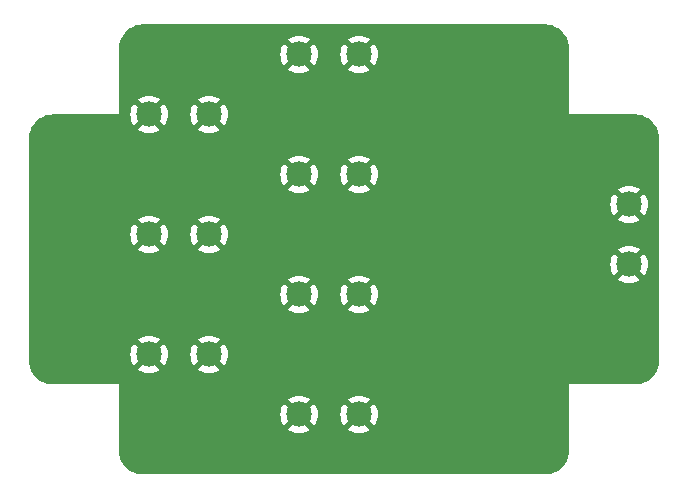
<source format=gbl>
G04 #@! TF.GenerationSoftware,KiCad,Pcbnew,(6.0.9)*
G04 #@! TF.CreationDate,2022-12-20T19:21:54-08:00*
G04 #@! TF.ProjectId,light_distribution,6c696768-745f-4646-9973-747269627574,rev?*
G04 #@! TF.SameCoordinates,Original*
G04 #@! TF.FileFunction,Copper,L2,Bot*
G04 #@! TF.FilePolarity,Positive*
%FSLAX46Y46*%
G04 Gerber Fmt 4.6, Leading zero omitted, Abs format (unit mm)*
G04 Created by KiCad (PCBNEW (6.0.9)) date 2022-12-20 19:21:54*
%MOMM*%
%LPD*%
G01*
G04 APERTURE LIST*
G04 #@! TA.AperFunction,ComponentPad*
%ADD10C,2.145000*%
G04 #@! TD*
G04 APERTURE END LIST*
D10*
X121920000Y-106680000D03*
X127000000Y-106680000D03*
X121920000Y-86360000D03*
X127000000Y-86360000D03*
X162560000Y-99060000D03*
X162560000Y-93980000D03*
X121920000Y-96520000D03*
X127000000Y-96520000D03*
X134620000Y-101600000D03*
X139700000Y-101600000D03*
X134620000Y-111760000D03*
X139700000Y-111760000D03*
X134620000Y-91440000D03*
X139700000Y-91440000D03*
X134620000Y-81280000D03*
X139700000Y-81280000D03*
G04 #@! TA.AperFunction,Conductor*
G36*
X155484487Y-78740321D02*
G01*
X155533871Y-78743853D01*
X155755650Y-78759715D01*
X155773433Y-78762272D01*
X156034658Y-78819098D01*
X156051900Y-78824160D01*
X156302393Y-78917589D01*
X156318740Y-78925055D01*
X156553375Y-79053176D01*
X156568498Y-79062895D01*
X156782510Y-79223103D01*
X156796096Y-79234876D01*
X156985124Y-79423904D01*
X156996897Y-79437490D01*
X157157105Y-79651502D01*
X157166824Y-79666625D01*
X157182319Y-79695001D01*
X157277875Y-79869998D01*
X157294945Y-79901260D01*
X157302411Y-79917607D01*
X157331340Y-79995168D01*
X157395839Y-80168097D01*
X157400902Y-80185342D01*
X157457728Y-80446567D01*
X157460286Y-80464355D01*
X157479679Y-80735513D01*
X157480000Y-80744501D01*
X157480000Y-86360000D01*
X163095499Y-86360000D01*
X163104487Y-86360321D01*
X163141470Y-86362966D01*
X163375650Y-86379715D01*
X163393433Y-86382272D01*
X163654658Y-86439098D01*
X163671900Y-86444160D01*
X163922393Y-86537589D01*
X163938740Y-86545055D01*
X164173375Y-86673176D01*
X164188498Y-86682895D01*
X164402510Y-86843103D01*
X164416096Y-86854876D01*
X164605124Y-87043904D01*
X164616897Y-87057490D01*
X164777105Y-87271502D01*
X164786824Y-87286625D01*
X164914945Y-87521260D01*
X164922411Y-87537607D01*
X165015839Y-87788097D01*
X165020902Y-87805342D01*
X165077728Y-88066567D01*
X165080286Y-88084355D01*
X165099679Y-88355513D01*
X165100000Y-88364501D01*
X165100000Y-107215499D01*
X165099679Y-107224487D01*
X165080286Y-107495645D01*
X165077728Y-107513433D01*
X165058760Y-107600628D01*
X165020903Y-107774654D01*
X165015840Y-107791900D01*
X164922411Y-108042393D01*
X164914946Y-108058738D01*
X164895427Y-108094484D01*
X164786824Y-108293375D01*
X164777105Y-108308498D01*
X164616897Y-108522510D01*
X164605124Y-108536096D01*
X164416096Y-108725124D01*
X164402510Y-108736897D01*
X164188498Y-108897105D01*
X164173375Y-108906824D01*
X163938740Y-109034945D01*
X163922393Y-109042411D01*
X163671900Y-109135840D01*
X163654658Y-109140902D01*
X163393433Y-109197728D01*
X163375650Y-109200285D01*
X163153871Y-109216147D01*
X163104487Y-109219679D01*
X163095499Y-109220000D01*
X157480000Y-109220000D01*
X157480000Y-114835499D01*
X157479679Y-114844487D01*
X157460286Y-115115645D01*
X157457728Y-115133433D01*
X157400903Y-115394654D01*
X157395840Y-115411900D01*
X157302411Y-115662393D01*
X157294945Y-115678740D01*
X157166824Y-115913375D01*
X157157105Y-115928498D01*
X156996897Y-116142510D01*
X156985124Y-116156096D01*
X156796096Y-116345124D01*
X156782510Y-116356897D01*
X156568498Y-116517105D01*
X156553375Y-116526824D01*
X156318740Y-116654945D01*
X156302393Y-116662411D01*
X156051900Y-116755840D01*
X156034658Y-116760902D01*
X155773433Y-116817728D01*
X155755650Y-116820285D01*
X155533871Y-116836147D01*
X155484487Y-116839679D01*
X155475499Y-116840000D01*
X121384501Y-116840000D01*
X121375513Y-116839679D01*
X121326129Y-116836147D01*
X121104350Y-116820285D01*
X121086567Y-116817728D01*
X120825342Y-116760902D01*
X120808100Y-116755840D01*
X120557607Y-116662411D01*
X120541260Y-116654945D01*
X120306625Y-116526824D01*
X120291502Y-116517105D01*
X120077490Y-116356897D01*
X120063904Y-116345124D01*
X119874876Y-116156096D01*
X119863103Y-116142510D01*
X119702895Y-115928498D01*
X119693176Y-115913375D01*
X119565055Y-115678740D01*
X119557589Y-115662393D01*
X119464160Y-115411900D01*
X119459097Y-115394654D01*
X119402272Y-115133433D01*
X119399714Y-115115645D01*
X119380321Y-114844487D01*
X119380000Y-114835499D01*
X119380000Y-113045391D01*
X133699438Y-113045391D01*
X133705165Y-113053042D01*
X133896026Y-113170002D01*
X133904821Y-113174484D01*
X134125515Y-113265899D01*
X134134900Y-113268948D01*
X134367178Y-113324713D01*
X134376925Y-113326256D01*
X134615070Y-113344999D01*
X134624930Y-113344999D01*
X134863075Y-113326256D01*
X134872822Y-113324713D01*
X135105100Y-113268948D01*
X135114485Y-113265899D01*
X135335179Y-113174484D01*
X135343974Y-113170002D01*
X135531166Y-113055290D01*
X135540122Y-113045391D01*
X138779438Y-113045391D01*
X138785165Y-113053042D01*
X138976026Y-113170002D01*
X138984821Y-113174484D01*
X139205515Y-113265899D01*
X139214900Y-113268948D01*
X139447178Y-113324713D01*
X139456925Y-113326256D01*
X139695070Y-113344999D01*
X139704930Y-113344999D01*
X139943075Y-113326256D01*
X139952822Y-113324713D01*
X140185100Y-113268948D01*
X140194485Y-113265899D01*
X140415179Y-113174484D01*
X140423974Y-113170002D01*
X140611166Y-113055290D01*
X140620628Y-113044832D01*
X140616845Y-113036056D01*
X139712811Y-112132021D01*
X139698868Y-112124408D01*
X139697034Y-112124539D01*
X139690420Y-112128790D01*
X138786195Y-113033016D01*
X138779438Y-113045391D01*
X135540122Y-113045391D01*
X135540628Y-113044832D01*
X135536845Y-113036056D01*
X134632811Y-112132021D01*
X134618868Y-112124408D01*
X134617034Y-112124539D01*
X134610420Y-112128790D01*
X133706195Y-113033016D01*
X133699438Y-113045391D01*
X119380000Y-113045391D01*
X119380000Y-111764930D01*
X133035001Y-111764930D01*
X133053744Y-112003075D01*
X133055287Y-112012822D01*
X133111052Y-112245100D01*
X133114101Y-112254485D01*
X133205516Y-112475179D01*
X133209998Y-112483974D01*
X133324710Y-112671166D01*
X133335168Y-112680628D01*
X133343944Y-112676845D01*
X134247979Y-111772811D01*
X134254356Y-111761132D01*
X134984408Y-111761132D01*
X134984539Y-111762966D01*
X134988790Y-111769580D01*
X135893016Y-112673805D01*
X135905391Y-112680562D01*
X135913042Y-112674835D01*
X136030002Y-112483974D01*
X136034484Y-112475179D01*
X136125899Y-112254485D01*
X136128948Y-112245100D01*
X136184713Y-112012822D01*
X136186256Y-112003075D01*
X136204999Y-111764930D01*
X138115001Y-111764930D01*
X138133744Y-112003075D01*
X138135287Y-112012822D01*
X138191052Y-112245100D01*
X138194101Y-112254485D01*
X138285516Y-112475179D01*
X138289998Y-112483974D01*
X138404710Y-112671166D01*
X138415168Y-112680628D01*
X138423944Y-112676845D01*
X139327979Y-111772811D01*
X139334356Y-111761132D01*
X140064408Y-111761132D01*
X140064539Y-111762966D01*
X140068790Y-111769580D01*
X140973016Y-112673805D01*
X140985391Y-112680562D01*
X140993042Y-112674835D01*
X141110002Y-112483974D01*
X141114484Y-112475179D01*
X141205899Y-112254485D01*
X141208948Y-112245100D01*
X141264713Y-112012822D01*
X141266256Y-112003075D01*
X141284999Y-111764930D01*
X141284999Y-111755070D01*
X141266256Y-111516925D01*
X141264713Y-111507178D01*
X141208948Y-111274900D01*
X141205899Y-111265515D01*
X141114484Y-111044821D01*
X141110002Y-111036026D01*
X140995290Y-110848834D01*
X140984832Y-110839372D01*
X140976056Y-110843155D01*
X140072021Y-111747189D01*
X140064408Y-111761132D01*
X139334356Y-111761132D01*
X139335592Y-111758868D01*
X139335461Y-111757034D01*
X139331210Y-111750420D01*
X138426984Y-110846195D01*
X138414609Y-110839438D01*
X138406958Y-110845165D01*
X138289998Y-111036026D01*
X138285516Y-111044821D01*
X138194101Y-111265515D01*
X138191052Y-111274900D01*
X138135287Y-111507178D01*
X138133744Y-111516925D01*
X138115001Y-111755070D01*
X138115001Y-111764930D01*
X136204999Y-111764930D01*
X136204999Y-111755070D01*
X136186256Y-111516925D01*
X136184713Y-111507178D01*
X136128948Y-111274900D01*
X136125899Y-111265515D01*
X136034484Y-111044821D01*
X136030002Y-111036026D01*
X135915290Y-110848834D01*
X135904832Y-110839372D01*
X135896056Y-110843155D01*
X134992021Y-111747189D01*
X134984408Y-111761132D01*
X134254356Y-111761132D01*
X134255592Y-111758868D01*
X134255461Y-111757034D01*
X134251210Y-111750420D01*
X133346984Y-110846195D01*
X133334609Y-110839438D01*
X133326958Y-110845165D01*
X133209998Y-111036026D01*
X133205516Y-111044821D01*
X133114101Y-111265515D01*
X133111052Y-111274900D01*
X133055287Y-111507178D01*
X133053744Y-111516925D01*
X133035001Y-111755070D01*
X133035001Y-111764930D01*
X119380000Y-111764930D01*
X119380000Y-110475168D01*
X133699372Y-110475168D01*
X133703155Y-110483944D01*
X134607189Y-111387979D01*
X134621132Y-111395592D01*
X134622966Y-111395461D01*
X134629580Y-111391210D01*
X135533805Y-110486984D01*
X135540257Y-110475168D01*
X138779372Y-110475168D01*
X138783155Y-110483944D01*
X139687189Y-111387979D01*
X139701132Y-111395592D01*
X139702966Y-111395461D01*
X139709580Y-111391210D01*
X140613805Y-110486984D01*
X140620562Y-110474609D01*
X140614835Y-110466958D01*
X140423974Y-110349998D01*
X140415179Y-110345516D01*
X140194485Y-110254101D01*
X140185100Y-110251052D01*
X139952822Y-110195287D01*
X139943075Y-110193744D01*
X139704930Y-110175001D01*
X139695070Y-110175001D01*
X139456925Y-110193744D01*
X139447178Y-110195287D01*
X139214900Y-110251052D01*
X139205515Y-110254101D01*
X138984821Y-110345516D01*
X138976026Y-110349998D01*
X138788834Y-110464710D01*
X138779372Y-110475168D01*
X135540257Y-110475168D01*
X135540562Y-110474609D01*
X135534835Y-110466958D01*
X135343974Y-110349998D01*
X135335179Y-110345516D01*
X135114485Y-110254101D01*
X135105100Y-110251052D01*
X134872822Y-110195287D01*
X134863075Y-110193744D01*
X134624930Y-110175001D01*
X134615070Y-110175001D01*
X134376925Y-110193744D01*
X134367178Y-110195287D01*
X134134900Y-110251052D01*
X134125515Y-110254101D01*
X133904821Y-110345516D01*
X133896026Y-110349998D01*
X133708834Y-110464710D01*
X133699372Y-110475168D01*
X119380000Y-110475168D01*
X119380000Y-109220000D01*
X113764501Y-109220000D01*
X113755513Y-109219679D01*
X113706129Y-109216147D01*
X113484350Y-109200285D01*
X113466567Y-109197728D01*
X113205342Y-109140902D01*
X113188100Y-109135840D01*
X112937607Y-109042411D01*
X112921260Y-109034945D01*
X112686625Y-108906824D01*
X112671502Y-108897105D01*
X112457490Y-108736897D01*
X112443904Y-108725124D01*
X112254876Y-108536096D01*
X112243103Y-108522510D01*
X112082895Y-108308498D01*
X112073176Y-108293375D01*
X111964573Y-108094484D01*
X111945054Y-108058738D01*
X111937589Y-108042393D01*
X111908869Y-107965391D01*
X120999438Y-107965391D01*
X121005165Y-107973042D01*
X121196026Y-108090002D01*
X121204821Y-108094484D01*
X121425515Y-108185899D01*
X121434900Y-108188948D01*
X121667178Y-108244713D01*
X121676925Y-108246256D01*
X121915070Y-108264999D01*
X121924930Y-108264999D01*
X122163075Y-108246256D01*
X122172822Y-108244713D01*
X122405100Y-108188948D01*
X122414485Y-108185899D01*
X122635179Y-108094484D01*
X122643974Y-108090002D01*
X122831166Y-107975290D01*
X122840122Y-107965391D01*
X126079438Y-107965391D01*
X126085165Y-107973042D01*
X126276026Y-108090002D01*
X126284821Y-108094484D01*
X126505515Y-108185899D01*
X126514900Y-108188948D01*
X126747178Y-108244713D01*
X126756925Y-108246256D01*
X126995070Y-108264999D01*
X127004930Y-108264999D01*
X127243075Y-108246256D01*
X127252822Y-108244713D01*
X127485100Y-108188948D01*
X127494485Y-108185899D01*
X127715179Y-108094484D01*
X127723974Y-108090002D01*
X127911166Y-107975290D01*
X127920628Y-107964832D01*
X127916845Y-107956056D01*
X127012811Y-107052021D01*
X126998868Y-107044408D01*
X126997034Y-107044539D01*
X126990420Y-107048790D01*
X126086195Y-107953016D01*
X126079438Y-107965391D01*
X122840122Y-107965391D01*
X122840628Y-107964832D01*
X122836845Y-107956056D01*
X121932811Y-107052021D01*
X121918868Y-107044408D01*
X121917034Y-107044539D01*
X121910420Y-107048790D01*
X121006195Y-107953016D01*
X120999438Y-107965391D01*
X111908869Y-107965391D01*
X111844160Y-107791900D01*
X111839097Y-107774654D01*
X111801240Y-107600628D01*
X111782272Y-107513433D01*
X111779714Y-107495645D01*
X111760321Y-107224487D01*
X111760000Y-107215499D01*
X111760000Y-106684930D01*
X120335001Y-106684930D01*
X120353744Y-106923075D01*
X120355287Y-106932822D01*
X120411052Y-107165100D01*
X120414101Y-107174485D01*
X120505516Y-107395179D01*
X120509998Y-107403974D01*
X120624710Y-107591166D01*
X120635168Y-107600628D01*
X120643944Y-107596845D01*
X121547979Y-106692811D01*
X121554356Y-106681132D01*
X122284408Y-106681132D01*
X122284539Y-106682966D01*
X122288790Y-106689580D01*
X123193016Y-107593805D01*
X123205391Y-107600562D01*
X123213042Y-107594835D01*
X123330002Y-107403974D01*
X123334484Y-107395179D01*
X123425899Y-107174485D01*
X123428948Y-107165100D01*
X123484713Y-106932822D01*
X123486256Y-106923075D01*
X123504999Y-106684930D01*
X125415001Y-106684930D01*
X125433744Y-106923075D01*
X125435287Y-106932822D01*
X125491052Y-107165100D01*
X125494101Y-107174485D01*
X125585516Y-107395179D01*
X125589998Y-107403974D01*
X125704710Y-107591166D01*
X125715168Y-107600628D01*
X125723944Y-107596845D01*
X126627979Y-106692811D01*
X126634356Y-106681132D01*
X127364408Y-106681132D01*
X127364539Y-106682966D01*
X127368790Y-106689580D01*
X128273016Y-107593805D01*
X128285391Y-107600562D01*
X128293042Y-107594835D01*
X128410002Y-107403974D01*
X128414484Y-107395179D01*
X128505899Y-107174485D01*
X128508948Y-107165100D01*
X128564713Y-106932822D01*
X128566256Y-106923075D01*
X128584999Y-106684930D01*
X128584999Y-106675070D01*
X128566256Y-106436925D01*
X128564713Y-106427178D01*
X128508948Y-106194900D01*
X128505899Y-106185515D01*
X128414484Y-105964821D01*
X128410002Y-105956026D01*
X128295290Y-105768834D01*
X128284832Y-105759372D01*
X128276056Y-105763155D01*
X127372021Y-106667189D01*
X127364408Y-106681132D01*
X126634356Y-106681132D01*
X126635592Y-106678868D01*
X126635461Y-106677034D01*
X126631210Y-106670420D01*
X125726984Y-105766195D01*
X125714609Y-105759438D01*
X125706958Y-105765165D01*
X125589998Y-105956026D01*
X125585516Y-105964821D01*
X125494101Y-106185515D01*
X125491052Y-106194900D01*
X125435287Y-106427178D01*
X125433744Y-106436925D01*
X125415001Y-106675070D01*
X125415001Y-106684930D01*
X123504999Y-106684930D01*
X123504999Y-106675070D01*
X123486256Y-106436925D01*
X123484713Y-106427178D01*
X123428948Y-106194900D01*
X123425899Y-106185515D01*
X123334484Y-105964821D01*
X123330002Y-105956026D01*
X123215290Y-105768834D01*
X123204832Y-105759372D01*
X123196056Y-105763155D01*
X122292021Y-106667189D01*
X122284408Y-106681132D01*
X121554356Y-106681132D01*
X121555592Y-106678868D01*
X121555461Y-106677034D01*
X121551210Y-106670420D01*
X120646984Y-105766195D01*
X120634609Y-105759438D01*
X120626958Y-105765165D01*
X120509998Y-105956026D01*
X120505516Y-105964821D01*
X120414101Y-106185515D01*
X120411052Y-106194900D01*
X120355287Y-106427178D01*
X120353744Y-106436925D01*
X120335001Y-106675070D01*
X120335001Y-106684930D01*
X111760000Y-106684930D01*
X111760000Y-105395168D01*
X120999372Y-105395168D01*
X121003155Y-105403944D01*
X121907189Y-106307979D01*
X121921132Y-106315592D01*
X121922966Y-106315461D01*
X121929580Y-106311210D01*
X122833805Y-105406984D01*
X122840257Y-105395168D01*
X126079372Y-105395168D01*
X126083155Y-105403944D01*
X126987189Y-106307979D01*
X127001132Y-106315592D01*
X127002966Y-106315461D01*
X127009580Y-106311210D01*
X127913805Y-105406984D01*
X127920562Y-105394609D01*
X127914835Y-105386958D01*
X127723974Y-105269998D01*
X127715179Y-105265516D01*
X127494485Y-105174101D01*
X127485100Y-105171052D01*
X127252822Y-105115287D01*
X127243075Y-105113744D01*
X127004930Y-105095001D01*
X126995070Y-105095001D01*
X126756925Y-105113744D01*
X126747178Y-105115287D01*
X126514900Y-105171052D01*
X126505515Y-105174101D01*
X126284821Y-105265516D01*
X126276026Y-105269998D01*
X126088834Y-105384710D01*
X126079372Y-105395168D01*
X122840257Y-105395168D01*
X122840562Y-105394609D01*
X122834835Y-105386958D01*
X122643974Y-105269998D01*
X122635179Y-105265516D01*
X122414485Y-105174101D01*
X122405100Y-105171052D01*
X122172822Y-105115287D01*
X122163075Y-105113744D01*
X121924930Y-105095001D01*
X121915070Y-105095001D01*
X121676925Y-105113744D01*
X121667178Y-105115287D01*
X121434900Y-105171052D01*
X121425515Y-105174101D01*
X121204821Y-105265516D01*
X121196026Y-105269998D01*
X121008834Y-105384710D01*
X120999372Y-105395168D01*
X111760000Y-105395168D01*
X111760000Y-102885391D01*
X133699438Y-102885391D01*
X133705165Y-102893042D01*
X133896026Y-103010002D01*
X133904821Y-103014484D01*
X134125515Y-103105899D01*
X134134900Y-103108948D01*
X134367178Y-103164713D01*
X134376925Y-103166256D01*
X134615070Y-103184999D01*
X134624930Y-103184999D01*
X134863075Y-103166256D01*
X134872822Y-103164713D01*
X135105100Y-103108948D01*
X135114485Y-103105899D01*
X135335179Y-103014484D01*
X135343974Y-103010002D01*
X135531166Y-102895290D01*
X135540122Y-102885391D01*
X138779438Y-102885391D01*
X138785165Y-102893042D01*
X138976026Y-103010002D01*
X138984821Y-103014484D01*
X139205515Y-103105899D01*
X139214900Y-103108948D01*
X139447178Y-103164713D01*
X139456925Y-103166256D01*
X139695070Y-103184999D01*
X139704930Y-103184999D01*
X139943075Y-103166256D01*
X139952822Y-103164713D01*
X140185100Y-103108948D01*
X140194485Y-103105899D01*
X140415179Y-103014484D01*
X140423974Y-103010002D01*
X140611166Y-102895290D01*
X140620628Y-102884832D01*
X140616845Y-102876056D01*
X139712811Y-101972021D01*
X139698868Y-101964408D01*
X139697034Y-101964539D01*
X139690420Y-101968790D01*
X138786195Y-102873016D01*
X138779438Y-102885391D01*
X135540122Y-102885391D01*
X135540628Y-102884832D01*
X135536845Y-102876056D01*
X134632811Y-101972021D01*
X134618868Y-101964408D01*
X134617034Y-101964539D01*
X134610420Y-101968790D01*
X133706195Y-102873016D01*
X133699438Y-102885391D01*
X111760000Y-102885391D01*
X111760000Y-101604930D01*
X133035001Y-101604930D01*
X133053744Y-101843075D01*
X133055287Y-101852822D01*
X133111052Y-102085100D01*
X133114101Y-102094485D01*
X133205516Y-102315179D01*
X133209998Y-102323974D01*
X133324710Y-102511166D01*
X133335168Y-102520628D01*
X133343944Y-102516845D01*
X134247979Y-101612811D01*
X134254356Y-101601132D01*
X134984408Y-101601132D01*
X134984539Y-101602966D01*
X134988790Y-101609580D01*
X135893016Y-102513805D01*
X135905391Y-102520562D01*
X135913042Y-102514835D01*
X136030002Y-102323974D01*
X136034484Y-102315179D01*
X136125899Y-102094485D01*
X136128948Y-102085100D01*
X136184713Y-101852822D01*
X136186256Y-101843075D01*
X136204999Y-101604930D01*
X138115001Y-101604930D01*
X138133744Y-101843075D01*
X138135287Y-101852822D01*
X138191052Y-102085100D01*
X138194101Y-102094485D01*
X138285516Y-102315179D01*
X138289998Y-102323974D01*
X138404710Y-102511166D01*
X138415168Y-102520628D01*
X138423944Y-102516845D01*
X139327979Y-101612811D01*
X139334356Y-101601132D01*
X140064408Y-101601132D01*
X140064539Y-101602966D01*
X140068790Y-101609580D01*
X140973016Y-102513805D01*
X140985391Y-102520562D01*
X140993042Y-102514835D01*
X141110002Y-102323974D01*
X141114484Y-102315179D01*
X141205899Y-102094485D01*
X141208948Y-102085100D01*
X141264713Y-101852822D01*
X141266256Y-101843075D01*
X141284999Y-101604930D01*
X141284999Y-101595070D01*
X141266256Y-101356925D01*
X141264713Y-101347178D01*
X141208948Y-101114900D01*
X141205899Y-101105515D01*
X141114484Y-100884821D01*
X141110002Y-100876026D01*
X140995290Y-100688834D01*
X140984832Y-100679372D01*
X140976056Y-100683155D01*
X140072021Y-101587189D01*
X140064408Y-101601132D01*
X139334356Y-101601132D01*
X139335592Y-101598868D01*
X139335461Y-101597034D01*
X139331210Y-101590420D01*
X138426984Y-100686195D01*
X138414609Y-100679438D01*
X138406958Y-100685165D01*
X138289998Y-100876026D01*
X138285516Y-100884821D01*
X138194101Y-101105515D01*
X138191052Y-101114900D01*
X138135287Y-101347178D01*
X138133744Y-101356925D01*
X138115001Y-101595070D01*
X138115001Y-101604930D01*
X136204999Y-101604930D01*
X136204999Y-101595070D01*
X136186256Y-101356925D01*
X136184713Y-101347178D01*
X136128948Y-101114900D01*
X136125899Y-101105515D01*
X136034484Y-100884821D01*
X136030002Y-100876026D01*
X135915290Y-100688834D01*
X135904832Y-100679372D01*
X135896056Y-100683155D01*
X134992021Y-101587189D01*
X134984408Y-101601132D01*
X134254356Y-101601132D01*
X134255592Y-101598868D01*
X134255461Y-101597034D01*
X134251210Y-101590420D01*
X133346984Y-100686195D01*
X133334609Y-100679438D01*
X133326958Y-100685165D01*
X133209998Y-100876026D01*
X133205516Y-100884821D01*
X133114101Y-101105515D01*
X133111052Y-101114900D01*
X133055287Y-101347178D01*
X133053744Y-101356925D01*
X133035001Y-101595070D01*
X133035001Y-101604930D01*
X111760000Y-101604930D01*
X111760000Y-100315168D01*
X133699372Y-100315168D01*
X133703155Y-100323944D01*
X134607189Y-101227979D01*
X134621132Y-101235592D01*
X134622966Y-101235461D01*
X134629580Y-101231210D01*
X135533805Y-100326984D01*
X135540257Y-100315168D01*
X138779372Y-100315168D01*
X138783155Y-100323944D01*
X139687189Y-101227979D01*
X139701132Y-101235592D01*
X139702966Y-101235461D01*
X139709580Y-101231210D01*
X140595398Y-100345391D01*
X161639438Y-100345391D01*
X161645165Y-100353042D01*
X161836026Y-100470002D01*
X161844821Y-100474484D01*
X162065515Y-100565899D01*
X162074900Y-100568948D01*
X162307178Y-100624713D01*
X162316925Y-100626256D01*
X162555070Y-100644999D01*
X162564930Y-100644999D01*
X162803075Y-100626256D01*
X162812822Y-100624713D01*
X163045100Y-100568948D01*
X163054485Y-100565899D01*
X163275179Y-100474484D01*
X163283974Y-100470002D01*
X163471166Y-100355290D01*
X163480628Y-100344832D01*
X163476845Y-100336056D01*
X162572811Y-99432021D01*
X162558868Y-99424408D01*
X162557034Y-99424539D01*
X162550420Y-99428790D01*
X161646195Y-100333016D01*
X161639438Y-100345391D01*
X140595398Y-100345391D01*
X140613805Y-100326984D01*
X140620562Y-100314609D01*
X140614835Y-100306958D01*
X140423974Y-100189998D01*
X140415179Y-100185516D01*
X140194485Y-100094101D01*
X140185100Y-100091052D01*
X139952822Y-100035287D01*
X139943075Y-100033744D01*
X139704930Y-100015001D01*
X139695070Y-100015001D01*
X139456925Y-100033744D01*
X139447178Y-100035287D01*
X139214900Y-100091052D01*
X139205515Y-100094101D01*
X138984821Y-100185516D01*
X138976026Y-100189998D01*
X138788834Y-100304710D01*
X138779372Y-100315168D01*
X135540257Y-100315168D01*
X135540562Y-100314609D01*
X135534835Y-100306958D01*
X135343974Y-100189998D01*
X135335179Y-100185516D01*
X135114485Y-100094101D01*
X135105100Y-100091052D01*
X134872822Y-100035287D01*
X134863075Y-100033744D01*
X134624930Y-100015001D01*
X134615070Y-100015001D01*
X134376925Y-100033744D01*
X134367178Y-100035287D01*
X134134900Y-100091052D01*
X134125515Y-100094101D01*
X133904821Y-100185516D01*
X133896026Y-100189998D01*
X133708834Y-100304710D01*
X133699372Y-100315168D01*
X111760000Y-100315168D01*
X111760000Y-99064930D01*
X160975001Y-99064930D01*
X160993744Y-99303075D01*
X160995287Y-99312822D01*
X161051052Y-99545100D01*
X161054101Y-99554485D01*
X161145516Y-99775179D01*
X161149998Y-99783974D01*
X161264710Y-99971166D01*
X161275168Y-99980628D01*
X161283944Y-99976845D01*
X162187979Y-99072811D01*
X162194356Y-99061132D01*
X162924408Y-99061132D01*
X162924539Y-99062966D01*
X162928790Y-99069580D01*
X163833016Y-99973805D01*
X163845391Y-99980562D01*
X163853042Y-99974835D01*
X163970002Y-99783974D01*
X163974484Y-99775179D01*
X164065899Y-99554485D01*
X164068948Y-99545100D01*
X164124713Y-99312822D01*
X164126256Y-99303075D01*
X164144999Y-99064930D01*
X164144999Y-99055070D01*
X164126256Y-98816925D01*
X164124713Y-98807178D01*
X164068948Y-98574900D01*
X164065899Y-98565515D01*
X163974484Y-98344821D01*
X163970002Y-98336026D01*
X163855290Y-98148834D01*
X163844832Y-98139372D01*
X163836056Y-98143155D01*
X162932021Y-99047189D01*
X162924408Y-99061132D01*
X162194356Y-99061132D01*
X162195592Y-99058868D01*
X162195461Y-99057034D01*
X162191210Y-99050420D01*
X161286984Y-98146195D01*
X161274609Y-98139438D01*
X161266958Y-98145165D01*
X161149998Y-98336026D01*
X161145516Y-98344821D01*
X161054101Y-98565515D01*
X161051052Y-98574900D01*
X160995287Y-98807178D01*
X160993744Y-98816925D01*
X160975001Y-99055070D01*
X160975001Y-99064930D01*
X111760000Y-99064930D01*
X111760000Y-97805391D01*
X120999438Y-97805391D01*
X121005165Y-97813042D01*
X121196026Y-97930002D01*
X121204821Y-97934484D01*
X121425515Y-98025899D01*
X121434900Y-98028948D01*
X121667178Y-98084713D01*
X121676925Y-98086256D01*
X121915070Y-98104999D01*
X121924930Y-98104999D01*
X122163075Y-98086256D01*
X122172822Y-98084713D01*
X122405100Y-98028948D01*
X122414485Y-98025899D01*
X122635179Y-97934484D01*
X122643974Y-97930002D01*
X122831166Y-97815290D01*
X122840122Y-97805391D01*
X126079438Y-97805391D01*
X126085165Y-97813042D01*
X126276026Y-97930002D01*
X126284821Y-97934484D01*
X126505515Y-98025899D01*
X126514900Y-98028948D01*
X126747178Y-98084713D01*
X126756925Y-98086256D01*
X126995070Y-98104999D01*
X127004930Y-98104999D01*
X127243075Y-98086256D01*
X127252822Y-98084713D01*
X127485100Y-98028948D01*
X127494485Y-98025899D01*
X127715179Y-97934484D01*
X127723974Y-97930002D01*
X127911166Y-97815290D01*
X127920628Y-97804832D01*
X127916845Y-97796056D01*
X127895957Y-97775168D01*
X161639372Y-97775168D01*
X161643155Y-97783944D01*
X162547189Y-98687979D01*
X162561132Y-98695592D01*
X162562966Y-98695461D01*
X162569580Y-98691210D01*
X163473805Y-97786984D01*
X163480562Y-97774609D01*
X163474835Y-97766958D01*
X163283974Y-97649998D01*
X163275179Y-97645516D01*
X163054485Y-97554101D01*
X163045100Y-97551052D01*
X162812822Y-97495287D01*
X162803075Y-97493744D01*
X162564930Y-97475001D01*
X162555070Y-97475001D01*
X162316925Y-97493744D01*
X162307178Y-97495287D01*
X162074900Y-97551052D01*
X162065515Y-97554101D01*
X161844821Y-97645516D01*
X161836026Y-97649998D01*
X161648834Y-97764710D01*
X161639372Y-97775168D01*
X127895957Y-97775168D01*
X127012811Y-96892021D01*
X126998868Y-96884408D01*
X126997034Y-96884539D01*
X126990420Y-96888790D01*
X126086195Y-97793016D01*
X126079438Y-97805391D01*
X122840122Y-97805391D01*
X122840628Y-97804832D01*
X122836845Y-97796056D01*
X121932811Y-96892021D01*
X121918868Y-96884408D01*
X121917034Y-96884539D01*
X121910420Y-96888790D01*
X121006195Y-97793016D01*
X120999438Y-97805391D01*
X111760000Y-97805391D01*
X111760000Y-96524930D01*
X120335001Y-96524930D01*
X120353744Y-96763075D01*
X120355287Y-96772822D01*
X120411052Y-97005100D01*
X120414101Y-97014485D01*
X120505516Y-97235179D01*
X120509998Y-97243974D01*
X120624710Y-97431166D01*
X120635168Y-97440628D01*
X120643944Y-97436845D01*
X121547979Y-96532811D01*
X121554356Y-96521132D01*
X122284408Y-96521132D01*
X122284539Y-96522966D01*
X122288790Y-96529580D01*
X123193016Y-97433805D01*
X123205391Y-97440562D01*
X123213042Y-97434835D01*
X123330002Y-97243974D01*
X123334484Y-97235179D01*
X123425899Y-97014485D01*
X123428948Y-97005100D01*
X123484713Y-96772822D01*
X123486256Y-96763075D01*
X123504999Y-96524930D01*
X125415001Y-96524930D01*
X125433744Y-96763075D01*
X125435287Y-96772822D01*
X125491052Y-97005100D01*
X125494101Y-97014485D01*
X125585516Y-97235179D01*
X125589998Y-97243974D01*
X125704710Y-97431166D01*
X125715168Y-97440628D01*
X125723944Y-97436845D01*
X126627979Y-96532811D01*
X126634356Y-96521132D01*
X127364408Y-96521132D01*
X127364539Y-96522966D01*
X127368790Y-96529580D01*
X128273016Y-97433805D01*
X128285391Y-97440562D01*
X128293042Y-97434835D01*
X128410002Y-97243974D01*
X128414484Y-97235179D01*
X128505899Y-97014485D01*
X128508948Y-97005100D01*
X128564713Y-96772822D01*
X128566256Y-96763075D01*
X128584999Y-96524930D01*
X128584999Y-96515070D01*
X128566256Y-96276925D01*
X128564713Y-96267178D01*
X128508948Y-96034900D01*
X128505899Y-96025515D01*
X128414484Y-95804821D01*
X128410002Y-95796026D01*
X128295290Y-95608834D01*
X128284832Y-95599372D01*
X128276056Y-95603155D01*
X127372021Y-96507189D01*
X127364408Y-96521132D01*
X126634356Y-96521132D01*
X126635592Y-96518868D01*
X126635461Y-96517034D01*
X126631210Y-96510420D01*
X125726984Y-95606195D01*
X125714609Y-95599438D01*
X125706958Y-95605165D01*
X125589998Y-95796026D01*
X125585516Y-95804821D01*
X125494101Y-96025515D01*
X125491052Y-96034900D01*
X125435287Y-96267178D01*
X125433744Y-96276925D01*
X125415001Y-96515070D01*
X125415001Y-96524930D01*
X123504999Y-96524930D01*
X123504999Y-96515070D01*
X123486256Y-96276925D01*
X123484713Y-96267178D01*
X123428948Y-96034900D01*
X123425899Y-96025515D01*
X123334484Y-95804821D01*
X123330002Y-95796026D01*
X123215290Y-95608834D01*
X123204832Y-95599372D01*
X123196056Y-95603155D01*
X122292021Y-96507189D01*
X122284408Y-96521132D01*
X121554356Y-96521132D01*
X121555592Y-96518868D01*
X121555461Y-96517034D01*
X121551210Y-96510420D01*
X120646984Y-95606195D01*
X120634609Y-95599438D01*
X120626958Y-95605165D01*
X120509998Y-95796026D01*
X120505516Y-95804821D01*
X120414101Y-96025515D01*
X120411052Y-96034900D01*
X120355287Y-96267178D01*
X120353744Y-96276925D01*
X120335001Y-96515070D01*
X120335001Y-96524930D01*
X111760000Y-96524930D01*
X111760000Y-95235168D01*
X120999372Y-95235168D01*
X121003155Y-95243944D01*
X121907189Y-96147979D01*
X121921132Y-96155592D01*
X121922966Y-96155461D01*
X121929580Y-96151210D01*
X122833805Y-95246984D01*
X122840257Y-95235168D01*
X126079372Y-95235168D01*
X126083155Y-95243944D01*
X126987189Y-96147979D01*
X127001132Y-96155592D01*
X127002966Y-96155461D01*
X127009580Y-96151210D01*
X127895398Y-95265391D01*
X161639438Y-95265391D01*
X161645165Y-95273042D01*
X161836026Y-95390002D01*
X161844821Y-95394484D01*
X162065515Y-95485899D01*
X162074900Y-95488948D01*
X162307178Y-95544713D01*
X162316925Y-95546256D01*
X162555070Y-95564999D01*
X162564930Y-95564999D01*
X162803075Y-95546256D01*
X162812822Y-95544713D01*
X163045100Y-95488948D01*
X163054485Y-95485899D01*
X163275179Y-95394484D01*
X163283974Y-95390002D01*
X163471166Y-95275290D01*
X163480628Y-95264832D01*
X163476845Y-95256056D01*
X162572811Y-94352021D01*
X162558868Y-94344408D01*
X162557034Y-94344539D01*
X162550420Y-94348790D01*
X161646195Y-95253016D01*
X161639438Y-95265391D01*
X127895398Y-95265391D01*
X127913805Y-95246984D01*
X127920562Y-95234609D01*
X127914835Y-95226958D01*
X127723974Y-95109998D01*
X127715179Y-95105516D01*
X127494485Y-95014101D01*
X127485100Y-95011052D01*
X127252822Y-94955287D01*
X127243075Y-94953744D01*
X127004930Y-94935001D01*
X126995070Y-94935001D01*
X126756925Y-94953744D01*
X126747178Y-94955287D01*
X126514900Y-95011052D01*
X126505515Y-95014101D01*
X126284821Y-95105516D01*
X126276026Y-95109998D01*
X126088834Y-95224710D01*
X126079372Y-95235168D01*
X122840257Y-95235168D01*
X122840562Y-95234609D01*
X122834835Y-95226958D01*
X122643974Y-95109998D01*
X122635179Y-95105516D01*
X122414485Y-95014101D01*
X122405100Y-95011052D01*
X122172822Y-94955287D01*
X122163075Y-94953744D01*
X121924930Y-94935001D01*
X121915070Y-94935001D01*
X121676925Y-94953744D01*
X121667178Y-94955287D01*
X121434900Y-95011052D01*
X121425515Y-95014101D01*
X121204821Y-95105516D01*
X121196026Y-95109998D01*
X121008834Y-95224710D01*
X120999372Y-95235168D01*
X111760000Y-95235168D01*
X111760000Y-93984930D01*
X160975001Y-93984930D01*
X160993744Y-94223075D01*
X160995287Y-94232822D01*
X161051052Y-94465100D01*
X161054101Y-94474485D01*
X161145516Y-94695179D01*
X161149998Y-94703974D01*
X161264710Y-94891166D01*
X161275168Y-94900628D01*
X161283944Y-94896845D01*
X162187979Y-93992811D01*
X162194356Y-93981132D01*
X162924408Y-93981132D01*
X162924539Y-93982966D01*
X162928790Y-93989580D01*
X163833016Y-94893805D01*
X163845391Y-94900562D01*
X163853042Y-94894835D01*
X163970002Y-94703974D01*
X163974484Y-94695179D01*
X164065899Y-94474485D01*
X164068948Y-94465100D01*
X164124713Y-94232822D01*
X164126256Y-94223075D01*
X164144999Y-93984930D01*
X164144999Y-93975070D01*
X164126256Y-93736925D01*
X164124713Y-93727178D01*
X164068948Y-93494900D01*
X164065899Y-93485515D01*
X163974484Y-93264821D01*
X163970002Y-93256026D01*
X163855290Y-93068834D01*
X163844832Y-93059372D01*
X163836056Y-93063155D01*
X162932021Y-93967189D01*
X162924408Y-93981132D01*
X162194356Y-93981132D01*
X162195592Y-93978868D01*
X162195461Y-93977034D01*
X162191210Y-93970420D01*
X161286984Y-93066195D01*
X161274609Y-93059438D01*
X161266958Y-93065165D01*
X161149998Y-93256026D01*
X161145516Y-93264821D01*
X161054101Y-93485515D01*
X161051052Y-93494900D01*
X160995287Y-93727178D01*
X160993744Y-93736925D01*
X160975001Y-93975070D01*
X160975001Y-93984930D01*
X111760000Y-93984930D01*
X111760000Y-92725391D01*
X133699438Y-92725391D01*
X133705165Y-92733042D01*
X133896026Y-92850002D01*
X133904821Y-92854484D01*
X134125515Y-92945899D01*
X134134900Y-92948948D01*
X134367178Y-93004713D01*
X134376925Y-93006256D01*
X134615070Y-93024999D01*
X134624930Y-93024999D01*
X134863075Y-93006256D01*
X134872822Y-93004713D01*
X135105100Y-92948948D01*
X135114485Y-92945899D01*
X135335179Y-92854484D01*
X135343974Y-92850002D01*
X135531166Y-92735290D01*
X135540122Y-92725391D01*
X138779438Y-92725391D01*
X138785165Y-92733042D01*
X138976026Y-92850002D01*
X138984821Y-92854484D01*
X139205515Y-92945899D01*
X139214900Y-92948948D01*
X139447178Y-93004713D01*
X139456925Y-93006256D01*
X139695070Y-93024999D01*
X139704930Y-93024999D01*
X139943075Y-93006256D01*
X139952822Y-93004713D01*
X140185100Y-92948948D01*
X140194485Y-92945899D01*
X140415179Y-92854484D01*
X140423974Y-92850002D01*
X140611166Y-92735290D01*
X140620628Y-92724832D01*
X140616845Y-92716056D01*
X140595957Y-92695168D01*
X161639372Y-92695168D01*
X161643155Y-92703944D01*
X162547189Y-93607979D01*
X162561132Y-93615592D01*
X162562966Y-93615461D01*
X162569580Y-93611210D01*
X163473805Y-92706984D01*
X163480562Y-92694609D01*
X163474835Y-92686958D01*
X163283974Y-92569998D01*
X163275179Y-92565516D01*
X163054485Y-92474101D01*
X163045100Y-92471052D01*
X162812822Y-92415287D01*
X162803075Y-92413744D01*
X162564930Y-92395001D01*
X162555070Y-92395001D01*
X162316925Y-92413744D01*
X162307178Y-92415287D01*
X162074900Y-92471052D01*
X162065515Y-92474101D01*
X161844821Y-92565516D01*
X161836026Y-92569998D01*
X161648834Y-92684710D01*
X161639372Y-92695168D01*
X140595957Y-92695168D01*
X139712811Y-91812021D01*
X139698868Y-91804408D01*
X139697034Y-91804539D01*
X139690420Y-91808790D01*
X138786195Y-92713016D01*
X138779438Y-92725391D01*
X135540122Y-92725391D01*
X135540628Y-92724832D01*
X135536845Y-92716056D01*
X134632811Y-91812021D01*
X134618868Y-91804408D01*
X134617034Y-91804539D01*
X134610420Y-91808790D01*
X133706195Y-92713016D01*
X133699438Y-92725391D01*
X111760000Y-92725391D01*
X111760000Y-91444930D01*
X133035001Y-91444930D01*
X133053744Y-91683075D01*
X133055287Y-91692822D01*
X133111052Y-91925100D01*
X133114101Y-91934485D01*
X133205516Y-92155179D01*
X133209998Y-92163974D01*
X133324710Y-92351166D01*
X133335168Y-92360628D01*
X133343944Y-92356845D01*
X134247979Y-91452811D01*
X134254356Y-91441132D01*
X134984408Y-91441132D01*
X134984539Y-91442966D01*
X134988790Y-91449580D01*
X135893016Y-92353805D01*
X135905391Y-92360562D01*
X135913042Y-92354835D01*
X136030002Y-92163974D01*
X136034484Y-92155179D01*
X136125899Y-91934485D01*
X136128948Y-91925100D01*
X136184713Y-91692822D01*
X136186256Y-91683075D01*
X136204999Y-91444930D01*
X138115001Y-91444930D01*
X138133744Y-91683075D01*
X138135287Y-91692822D01*
X138191052Y-91925100D01*
X138194101Y-91934485D01*
X138285516Y-92155179D01*
X138289998Y-92163974D01*
X138404710Y-92351166D01*
X138415168Y-92360628D01*
X138423944Y-92356845D01*
X139327979Y-91452811D01*
X139334356Y-91441132D01*
X140064408Y-91441132D01*
X140064539Y-91442966D01*
X140068790Y-91449580D01*
X140973016Y-92353805D01*
X140985391Y-92360562D01*
X140993042Y-92354835D01*
X141110002Y-92163974D01*
X141114484Y-92155179D01*
X141205899Y-91934485D01*
X141208948Y-91925100D01*
X141264713Y-91692822D01*
X141266256Y-91683075D01*
X141284999Y-91444930D01*
X141284999Y-91435070D01*
X141266256Y-91196925D01*
X141264713Y-91187178D01*
X141208948Y-90954900D01*
X141205899Y-90945515D01*
X141114484Y-90724821D01*
X141110002Y-90716026D01*
X140995290Y-90528834D01*
X140984832Y-90519372D01*
X140976056Y-90523155D01*
X140072021Y-91427189D01*
X140064408Y-91441132D01*
X139334356Y-91441132D01*
X139335592Y-91438868D01*
X139335461Y-91437034D01*
X139331210Y-91430420D01*
X138426984Y-90526195D01*
X138414609Y-90519438D01*
X138406958Y-90525165D01*
X138289998Y-90716026D01*
X138285516Y-90724821D01*
X138194101Y-90945515D01*
X138191052Y-90954900D01*
X138135287Y-91187178D01*
X138133744Y-91196925D01*
X138115001Y-91435070D01*
X138115001Y-91444930D01*
X136204999Y-91444930D01*
X136204999Y-91435070D01*
X136186256Y-91196925D01*
X136184713Y-91187178D01*
X136128948Y-90954900D01*
X136125899Y-90945515D01*
X136034484Y-90724821D01*
X136030002Y-90716026D01*
X135915290Y-90528834D01*
X135904832Y-90519372D01*
X135896056Y-90523155D01*
X134992021Y-91427189D01*
X134984408Y-91441132D01*
X134254356Y-91441132D01*
X134255592Y-91438868D01*
X134255461Y-91437034D01*
X134251210Y-91430420D01*
X133346984Y-90526195D01*
X133334609Y-90519438D01*
X133326958Y-90525165D01*
X133209998Y-90716026D01*
X133205516Y-90724821D01*
X133114101Y-90945515D01*
X133111052Y-90954900D01*
X133055287Y-91187178D01*
X133053744Y-91196925D01*
X133035001Y-91435070D01*
X133035001Y-91444930D01*
X111760000Y-91444930D01*
X111760000Y-90155168D01*
X133699372Y-90155168D01*
X133703155Y-90163944D01*
X134607189Y-91067979D01*
X134621132Y-91075592D01*
X134622966Y-91075461D01*
X134629580Y-91071210D01*
X135533805Y-90166984D01*
X135540257Y-90155168D01*
X138779372Y-90155168D01*
X138783155Y-90163944D01*
X139687189Y-91067979D01*
X139701132Y-91075592D01*
X139702966Y-91075461D01*
X139709580Y-91071210D01*
X140613805Y-90166984D01*
X140620562Y-90154609D01*
X140614835Y-90146958D01*
X140423974Y-90029998D01*
X140415179Y-90025516D01*
X140194485Y-89934101D01*
X140185100Y-89931052D01*
X139952822Y-89875287D01*
X139943075Y-89873744D01*
X139704930Y-89855001D01*
X139695070Y-89855001D01*
X139456925Y-89873744D01*
X139447178Y-89875287D01*
X139214900Y-89931052D01*
X139205515Y-89934101D01*
X138984821Y-90025516D01*
X138976026Y-90029998D01*
X138788834Y-90144710D01*
X138779372Y-90155168D01*
X135540257Y-90155168D01*
X135540562Y-90154609D01*
X135534835Y-90146958D01*
X135343974Y-90029998D01*
X135335179Y-90025516D01*
X135114485Y-89934101D01*
X135105100Y-89931052D01*
X134872822Y-89875287D01*
X134863075Y-89873744D01*
X134624930Y-89855001D01*
X134615070Y-89855001D01*
X134376925Y-89873744D01*
X134367178Y-89875287D01*
X134134900Y-89931052D01*
X134125515Y-89934101D01*
X133904821Y-90025516D01*
X133896026Y-90029998D01*
X133708834Y-90144710D01*
X133699372Y-90155168D01*
X111760000Y-90155168D01*
X111760000Y-88364501D01*
X111760321Y-88355513D01*
X111779714Y-88084355D01*
X111782272Y-88066567D01*
X111839098Y-87805342D01*
X111844161Y-87788097D01*
X111897388Y-87645391D01*
X120999438Y-87645391D01*
X121005165Y-87653042D01*
X121196026Y-87770002D01*
X121204821Y-87774484D01*
X121425515Y-87865899D01*
X121434900Y-87868948D01*
X121667178Y-87924713D01*
X121676925Y-87926256D01*
X121915070Y-87944999D01*
X121924930Y-87944999D01*
X122163075Y-87926256D01*
X122172822Y-87924713D01*
X122405100Y-87868948D01*
X122414485Y-87865899D01*
X122635179Y-87774484D01*
X122643974Y-87770002D01*
X122831166Y-87655290D01*
X122840122Y-87645391D01*
X126079438Y-87645391D01*
X126085165Y-87653042D01*
X126276026Y-87770002D01*
X126284821Y-87774484D01*
X126505515Y-87865899D01*
X126514900Y-87868948D01*
X126747178Y-87924713D01*
X126756925Y-87926256D01*
X126995070Y-87944999D01*
X127004930Y-87944999D01*
X127243075Y-87926256D01*
X127252822Y-87924713D01*
X127485100Y-87868948D01*
X127494485Y-87865899D01*
X127715179Y-87774484D01*
X127723974Y-87770002D01*
X127911166Y-87655290D01*
X127920628Y-87644832D01*
X127916845Y-87636056D01*
X127012811Y-86732021D01*
X126998868Y-86724408D01*
X126997034Y-86724539D01*
X126990420Y-86728790D01*
X126086195Y-87633016D01*
X126079438Y-87645391D01*
X122840122Y-87645391D01*
X122840628Y-87644832D01*
X122836845Y-87636056D01*
X121932811Y-86732021D01*
X121918868Y-86724408D01*
X121917034Y-86724539D01*
X121910420Y-86728790D01*
X121006195Y-87633016D01*
X120999438Y-87645391D01*
X111897388Y-87645391D01*
X111937589Y-87537607D01*
X111945055Y-87521260D01*
X112073176Y-87286625D01*
X112082895Y-87271502D01*
X112243103Y-87057490D01*
X112254876Y-87043904D01*
X112443904Y-86854876D01*
X112457490Y-86843103D01*
X112671502Y-86682895D01*
X112686625Y-86673176D01*
X112921260Y-86545055D01*
X112937607Y-86537589D01*
X113188100Y-86444160D01*
X113205342Y-86439098D01*
X113466567Y-86382272D01*
X113484350Y-86379715D01*
X113691070Y-86364930D01*
X120335001Y-86364930D01*
X120353744Y-86603075D01*
X120355287Y-86612822D01*
X120411052Y-86845100D01*
X120414101Y-86854485D01*
X120505516Y-87075179D01*
X120509998Y-87083974D01*
X120624710Y-87271166D01*
X120635168Y-87280628D01*
X120643944Y-87276845D01*
X121547979Y-86372811D01*
X121554356Y-86361132D01*
X122284408Y-86361132D01*
X122284539Y-86362966D01*
X122288790Y-86369580D01*
X123193016Y-87273805D01*
X123205391Y-87280562D01*
X123213042Y-87274835D01*
X123330002Y-87083974D01*
X123334484Y-87075179D01*
X123425899Y-86854485D01*
X123428948Y-86845100D01*
X123484713Y-86612822D01*
X123486256Y-86603075D01*
X123504999Y-86364930D01*
X125415001Y-86364930D01*
X125433744Y-86603075D01*
X125435287Y-86612822D01*
X125491052Y-86845100D01*
X125494101Y-86854485D01*
X125585516Y-87075179D01*
X125589998Y-87083974D01*
X125704710Y-87271166D01*
X125715168Y-87280628D01*
X125723944Y-87276845D01*
X126627979Y-86372811D01*
X126634356Y-86361132D01*
X127364408Y-86361132D01*
X127364539Y-86362966D01*
X127368790Y-86369580D01*
X128273016Y-87273805D01*
X128285391Y-87280562D01*
X128293042Y-87274835D01*
X128410002Y-87083974D01*
X128414484Y-87075179D01*
X128505899Y-86854485D01*
X128508948Y-86845100D01*
X128564713Y-86612822D01*
X128566256Y-86603075D01*
X128584999Y-86364930D01*
X128584999Y-86355070D01*
X128566256Y-86116925D01*
X128564713Y-86107178D01*
X128508948Y-85874900D01*
X128505899Y-85865515D01*
X128414484Y-85644821D01*
X128410002Y-85636026D01*
X128295290Y-85448834D01*
X128284832Y-85439372D01*
X128276056Y-85443155D01*
X127372021Y-86347189D01*
X127364408Y-86361132D01*
X126634356Y-86361132D01*
X126635592Y-86358868D01*
X126635461Y-86357034D01*
X126631210Y-86350420D01*
X125726984Y-85446195D01*
X125714609Y-85439438D01*
X125706958Y-85445165D01*
X125589998Y-85636026D01*
X125585516Y-85644821D01*
X125494101Y-85865515D01*
X125491052Y-85874900D01*
X125435287Y-86107178D01*
X125433744Y-86116925D01*
X125415001Y-86355070D01*
X125415001Y-86364930D01*
X123504999Y-86364930D01*
X123504999Y-86355070D01*
X123486256Y-86116925D01*
X123484713Y-86107178D01*
X123428948Y-85874900D01*
X123425899Y-85865515D01*
X123334484Y-85644821D01*
X123330002Y-85636026D01*
X123215290Y-85448834D01*
X123204832Y-85439372D01*
X123196056Y-85443155D01*
X122292021Y-86347189D01*
X122284408Y-86361132D01*
X121554356Y-86361132D01*
X121555592Y-86358868D01*
X121555461Y-86357034D01*
X121551210Y-86350420D01*
X120646984Y-85446195D01*
X120634609Y-85439438D01*
X120626958Y-85445165D01*
X120509998Y-85636026D01*
X120505516Y-85644821D01*
X120414101Y-85865515D01*
X120411052Y-85874900D01*
X120355287Y-86107178D01*
X120353744Y-86116925D01*
X120335001Y-86355070D01*
X120335001Y-86364930D01*
X113691070Y-86364930D01*
X113718530Y-86362966D01*
X113755513Y-86360321D01*
X113764501Y-86360000D01*
X119380000Y-86360000D01*
X119380000Y-85075168D01*
X120999372Y-85075168D01*
X121003155Y-85083944D01*
X121907189Y-85987979D01*
X121921132Y-85995592D01*
X121922966Y-85995461D01*
X121929580Y-85991210D01*
X122833805Y-85086984D01*
X122840257Y-85075168D01*
X126079372Y-85075168D01*
X126083155Y-85083944D01*
X126987189Y-85987979D01*
X127001132Y-85995592D01*
X127002966Y-85995461D01*
X127009580Y-85991210D01*
X127913805Y-85086984D01*
X127920562Y-85074609D01*
X127914835Y-85066958D01*
X127723974Y-84949998D01*
X127715179Y-84945516D01*
X127494485Y-84854101D01*
X127485100Y-84851052D01*
X127252822Y-84795287D01*
X127243075Y-84793744D01*
X127004930Y-84775001D01*
X126995070Y-84775001D01*
X126756925Y-84793744D01*
X126747178Y-84795287D01*
X126514900Y-84851052D01*
X126505515Y-84854101D01*
X126284821Y-84945516D01*
X126276026Y-84949998D01*
X126088834Y-85064710D01*
X126079372Y-85075168D01*
X122840257Y-85075168D01*
X122840562Y-85074609D01*
X122834835Y-85066958D01*
X122643974Y-84949998D01*
X122635179Y-84945516D01*
X122414485Y-84854101D01*
X122405100Y-84851052D01*
X122172822Y-84795287D01*
X122163075Y-84793744D01*
X121924930Y-84775001D01*
X121915070Y-84775001D01*
X121676925Y-84793744D01*
X121667178Y-84795287D01*
X121434900Y-84851052D01*
X121425515Y-84854101D01*
X121204821Y-84945516D01*
X121196026Y-84949998D01*
X121008834Y-85064710D01*
X120999372Y-85075168D01*
X119380000Y-85075168D01*
X119380000Y-82565391D01*
X133699438Y-82565391D01*
X133705165Y-82573042D01*
X133896026Y-82690002D01*
X133904821Y-82694484D01*
X134125515Y-82785899D01*
X134134900Y-82788948D01*
X134367178Y-82844713D01*
X134376925Y-82846256D01*
X134615070Y-82864999D01*
X134624930Y-82864999D01*
X134863075Y-82846256D01*
X134872822Y-82844713D01*
X135105100Y-82788948D01*
X135114485Y-82785899D01*
X135335179Y-82694484D01*
X135343974Y-82690002D01*
X135531166Y-82575290D01*
X135540122Y-82565391D01*
X138779438Y-82565391D01*
X138785165Y-82573042D01*
X138976026Y-82690002D01*
X138984821Y-82694484D01*
X139205515Y-82785899D01*
X139214900Y-82788948D01*
X139447178Y-82844713D01*
X139456925Y-82846256D01*
X139695070Y-82864999D01*
X139704930Y-82864999D01*
X139943075Y-82846256D01*
X139952822Y-82844713D01*
X140185100Y-82788948D01*
X140194485Y-82785899D01*
X140415179Y-82694484D01*
X140423974Y-82690002D01*
X140611166Y-82575290D01*
X140620628Y-82564832D01*
X140616845Y-82556056D01*
X139712811Y-81652021D01*
X139698868Y-81644408D01*
X139697034Y-81644539D01*
X139690420Y-81648790D01*
X138786195Y-82553016D01*
X138779438Y-82565391D01*
X135540122Y-82565391D01*
X135540628Y-82564832D01*
X135536845Y-82556056D01*
X134632811Y-81652021D01*
X134618868Y-81644408D01*
X134617034Y-81644539D01*
X134610420Y-81648790D01*
X133706195Y-82553016D01*
X133699438Y-82565391D01*
X119380000Y-82565391D01*
X119380000Y-81284930D01*
X133035001Y-81284930D01*
X133053744Y-81523075D01*
X133055287Y-81532822D01*
X133111052Y-81765100D01*
X133114101Y-81774485D01*
X133205516Y-81995179D01*
X133209998Y-82003974D01*
X133324710Y-82191166D01*
X133335168Y-82200628D01*
X133343944Y-82196845D01*
X134247979Y-81292811D01*
X134254356Y-81281132D01*
X134984408Y-81281132D01*
X134984539Y-81282966D01*
X134988790Y-81289580D01*
X135893016Y-82193805D01*
X135905391Y-82200562D01*
X135913042Y-82194835D01*
X136030002Y-82003974D01*
X136034484Y-81995179D01*
X136125899Y-81774485D01*
X136128948Y-81765100D01*
X136184713Y-81532822D01*
X136186256Y-81523075D01*
X136204999Y-81284930D01*
X138115001Y-81284930D01*
X138133744Y-81523075D01*
X138135287Y-81532822D01*
X138191052Y-81765100D01*
X138194101Y-81774485D01*
X138285516Y-81995179D01*
X138289998Y-82003974D01*
X138404710Y-82191166D01*
X138415168Y-82200628D01*
X138423944Y-82196845D01*
X139327979Y-81292811D01*
X139334356Y-81281132D01*
X140064408Y-81281132D01*
X140064539Y-81282966D01*
X140068790Y-81289580D01*
X140973016Y-82193805D01*
X140985391Y-82200562D01*
X140993042Y-82194835D01*
X141110002Y-82003974D01*
X141114484Y-81995179D01*
X141205899Y-81774485D01*
X141208948Y-81765100D01*
X141264713Y-81532822D01*
X141266256Y-81523075D01*
X141284999Y-81284930D01*
X141284999Y-81275070D01*
X141266256Y-81036925D01*
X141264713Y-81027178D01*
X141208948Y-80794900D01*
X141205899Y-80785515D01*
X141114484Y-80564821D01*
X141110002Y-80556026D01*
X140995290Y-80368834D01*
X140984832Y-80359372D01*
X140976056Y-80363155D01*
X140072021Y-81267189D01*
X140064408Y-81281132D01*
X139334356Y-81281132D01*
X139335592Y-81278868D01*
X139335461Y-81277034D01*
X139331210Y-81270420D01*
X138426984Y-80366195D01*
X138414609Y-80359438D01*
X138406958Y-80365165D01*
X138289998Y-80556026D01*
X138285516Y-80564821D01*
X138194101Y-80785515D01*
X138191052Y-80794900D01*
X138135287Y-81027178D01*
X138133744Y-81036925D01*
X138115001Y-81275070D01*
X138115001Y-81284930D01*
X136204999Y-81284930D01*
X136204999Y-81275070D01*
X136186256Y-81036925D01*
X136184713Y-81027178D01*
X136128948Y-80794900D01*
X136125899Y-80785515D01*
X136034484Y-80564821D01*
X136030002Y-80556026D01*
X135915290Y-80368834D01*
X135904832Y-80359372D01*
X135896056Y-80363155D01*
X134992021Y-81267189D01*
X134984408Y-81281132D01*
X134254356Y-81281132D01*
X134255592Y-81278868D01*
X134255461Y-81277034D01*
X134251210Y-81270420D01*
X133346984Y-80366195D01*
X133334609Y-80359438D01*
X133326958Y-80365165D01*
X133209998Y-80556026D01*
X133205516Y-80564821D01*
X133114101Y-80785515D01*
X133111052Y-80794900D01*
X133055287Y-81027178D01*
X133053744Y-81036925D01*
X133035001Y-81275070D01*
X133035001Y-81284930D01*
X119380000Y-81284930D01*
X119380000Y-80744501D01*
X119380321Y-80735513D01*
X119399714Y-80464355D01*
X119402272Y-80446567D01*
X119459098Y-80185342D01*
X119464161Y-80168097D01*
X119528660Y-79995168D01*
X133699372Y-79995168D01*
X133703155Y-80003944D01*
X134607189Y-80907979D01*
X134621132Y-80915592D01*
X134622966Y-80915461D01*
X134629580Y-80911210D01*
X135533805Y-80006984D01*
X135540257Y-79995168D01*
X138779372Y-79995168D01*
X138783155Y-80003944D01*
X139687189Y-80907979D01*
X139701132Y-80915592D01*
X139702966Y-80915461D01*
X139709580Y-80911210D01*
X140613805Y-80006984D01*
X140620562Y-79994609D01*
X140614835Y-79986958D01*
X140423974Y-79869998D01*
X140415179Y-79865516D01*
X140194485Y-79774101D01*
X140185100Y-79771052D01*
X139952822Y-79715287D01*
X139943075Y-79713744D01*
X139704930Y-79695001D01*
X139695070Y-79695001D01*
X139456925Y-79713744D01*
X139447178Y-79715287D01*
X139214900Y-79771052D01*
X139205515Y-79774101D01*
X138984821Y-79865516D01*
X138976026Y-79869998D01*
X138788834Y-79984710D01*
X138779372Y-79995168D01*
X135540257Y-79995168D01*
X135540562Y-79994609D01*
X135534835Y-79986958D01*
X135343974Y-79869998D01*
X135335179Y-79865516D01*
X135114485Y-79774101D01*
X135105100Y-79771052D01*
X134872822Y-79715287D01*
X134863075Y-79713744D01*
X134624930Y-79695001D01*
X134615070Y-79695001D01*
X134376925Y-79713744D01*
X134367178Y-79715287D01*
X134134900Y-79771052D01*
X134125515Y-79774101D01*
X133904821Y-79865516D01*
X133896026Y-79869998D01*
X133708834Y-79984710D01*
X133699372Y-79995168D01*
X119528660Y-79995168D01*
X119557589Y-79917607D01*
X119565055Y-79901260D01*
X119582126Y-79869998D01*
X119677681Y-79695001D01*
X119693176Y-79666625D01*
X119702895Y-79651502D01*
X119863103Y-79437490D01*
X119874876Y-79423904D01*
X120063904Y-79234876D01*
X120077490Y-79223103D01*
X120291502Y-79062895D01*
X120306625Y-79053176D01*
X120541260Y-78925055D01*
X120557607Y-78917589D01*
X120808100Y-78824160D01*
X120825342Y-78819098D01*
X121086567Y-78762272D01*
X121104350Y-78759715D01*
X121326129Y-78743853D01*
X121375513Y-78740321D01*
X121384501Y-78740000D01*
X155475499Y-78740000D01*
X155484487Y-78740321D01*
G37*
G04 #@! TD.AperFunction*
M02*

</source>
